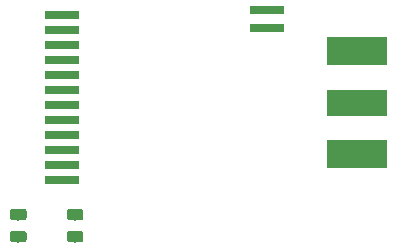
<source format=gbr>
%TF.GenerationSoftware,KiCad,Pcbnew,(5.0.0)*%
%TF.CreationDate,2018-08-05T20:37:25+03:00*%
%TF.ProjectId,lora1276Breakout,6C6F726131323736427265616B6F7574,1.0*%
%TF.SameCoordinates,Original*%
%TF.FileFunction,Paste,Top*%
%TF.FilePolarity,Positive*%
%FSLAX46Y46*%
G04 Gerber Fmt 4.6, Leading zero omitted, Abs format (unit mm)*
G04 Created by KiCad (PCBNEW (5.0.0)) date 08/05/18 20:37:25*
%MOMM*%
%LPD*%
G01*
G04 APERTURE LIST*
%ADD10R,3.000000X0.800000*%
%ADD11R,5.080000X2.290000*%
%ADD12R,5.080000X2.420000*%
%ADD13C,0.100000*%
%ADD14C,0.975000*%
G04 APERTURE END LIST*
D10*
X150049906Y-86284381D03*
X150049906Y-87554381D03*
X150049906Y-88824381D03*
X150049906Y-90094381D03*
X150049906Y-91364381D03*
X150049906Y-92634381D03*
X150049906Y-93904381D03*
X150049906Y-95174381D03*
X150049906Y-96444381D03*
X150049906Y-97714381D03*
X150049906Y-98984381D03*
X167349906Y-85894381D03*
X167349906Y-87394381D03*
X150049906Y-100254381D03*
D11*
X175006000Y-93726000D03*
D12*
X175006000Y-98106000D03*
X175006000Y-89346000D03*
D13*
G36*
X151610142Y-104591174D02*
X151633803Y-104594684D01*
X151657007Y-104600496D01*
X151679529Y-104608554D01*
X151701153Y-104618782D01*
X151721670Y-104631079D01*
X151740883Y-104645329D01*
X151758607Y-104661393D01*
X151774671Y-104679117D01*
X151788921Y-104698330D01*
X151801218Y-104718847D01*
X151811446Y-104740471D01*
X151819504Y-104762993D01*
X151825316Y-104786197D01*
X151828826Y-104809858D01*
X151830000Y-104833750D01*
X151830000Y-105321250D01*
X151828826Y-105345142D01*
X151825316Y-105368803D01*
X151819504Y-105392007D01*
X151811446Y-105414529D01*
X151801218Y-105436153D01*
X151788921Y-105456670D01*
X151774671Y-105475883D01*
X151758607Y-105493607D01*
X151740883Y-105509671D01*
X151721670Y-105523921D01*
X151701153Y-105536218D01*
X151679529Y-105546446D01*
X151657007Y-105554504D01*
X151633803Y-105560316D01*
X151610142Y-105563826D01*
X151586250Y-105565000D01*
X150673750Y-105565000D01*
X150649858Y-105563826D01*
X150626197Y-105560316D01*
X150602993Y-105554504D01*
X150580471Y-105546446D01*
X150558847Y-105536218D01*
X150538330Y-105523921D01*
X150519117Y-105509671D01*
X150501393Y-105493607D01*
X150485329Y-105475883D01*
X150471079Y-105456670D01*
X150458782Y-105436153D01*
X150448554Y-105414529D01*
X150440496Y-105392007D01*
X150434684Y-105368803D01*
X150431174Y-105345142D01*
X150430000Y-105321250D01*
X150430000Y-104833750D01*
X150431174Y-104809858D01*
X150434684Y-104786197D01*
X150440496Y-104762993D01*
X150448554Y-104740471D01*
X150458782Y-104718847D01*
X150471079Y-104698330D01*
X150485329Y-104679117D01*
X150501393Y-104661393D01*
X150519117Y-104645329D01*
X150538330Y-104631079D01*
X150558847Y-104618782D01*
X150580471Y-104608554D01*
X150602993Y-104600496D01*
X150626197Y-104594684D01*
X150649858Y-104591174D01*
X150673750Y-104590000D01*
X151586250Y-104590000D01*
X151610142Y-104591174D01*
X151610142Y-104591174D01*
G37*
D14*
X151130000Y-105077500D03*
D13*
G36*
X151610142Y-102716174D02*
X151633803Y-102719684D01*
X151657007Y-102725496D01*
X151679529Y-102733554D01*
X151701153Y-102743782D01*
X151721670Y-102756079D01*
X151740883Y-102770329D01*
X151758607Y-102786393D01*
X151774671Y-102804117D01*
X151788921Y-102823330D01*
X151801218Y-102843847D01*
X151811446Y-102865471D01*
X151819504Y-102887993D01*
X151825316Y-102911197D01*
X151828826Y-102934858D01*
X151830000Y-102958750D01*
X151830000Y-103446250D01*
X151828826Y-103470142D01*
X151825316Y-103493803D01*
X151819504Y-103517007D01*
X151811446Y-103539529D01*
X151801218Y-103561153D01*
X151788921Y-103581670D01*
X151774671Y-103600883D01*
X151758607Y-103618607D01*
X151740883Y-103634671D01*
X151721670Y-103648921D01*
X151701153Y-103661218D01*
X151679529Y-103671446D01*
X151657007Y-103679504D01*
X151633803Y-103685316D01*
X151610142Y-103688826D01*
X151586250Y-103690000D01*
X150673750Y-103690000D01*
X150649858Y-103688826D01*
X150626197Y-103685316D01*
X150602993Y-103679504D01*
X150580471Y-103671446D01*
X150558847Y-103661218D01*
X150538330Y-103648921D01*
X150519117Y-103634671D01*
X150501393Y-103618607D01*
X150485329Y-103600883D01*
X150471079Y-103581670D01*
X150458782Y-103561153D01*
X150448554Y-103539529D01*
X150440496Y-103517007D01*
X150434684Y-103493803D01*
X150431174Y-103470142D01*
X150430000Y-103446250D01*
X150430000Y-102958750D01*
X150431174Y-102934858D01*
X150434684Y-102911197D01*
X150440496Y-102887993D01*
X150448554Y-102865471D01*
X150458782Y-102843847D01*
X150471079Y-102823330D01*
X150485329Y-102804117D01*
X150501393Y-102786393D01*
X150519117Y-102770329D01*
X150538330Y-102756079D01*
X150558847Y-102743782D01*
X150580471Y-102733554D01*
X150602993Y-102725496D01*
X150626197Y-102719684D01*
X150649858Y-102716174D01*
X150673750Y-102715000D01*
X151586250Y-102715000D01*
X151610142Y-102716174D01*
X151610142Y-102716174D01*
G37*
D14*
X151130000Y-103202500D03*
D13*
G36*
X146800142Y-102716174D02*
X146823803Y-102719684D01*
X146847007Y-102725496D01*
X146869529Y-102733554D01*
X146891153Y-102743782D01*
X146911670Y-102756079D01*
X146930883Y-102770329D01*
X146948607Y-102786393D01*
X146964671Y-102804117D01*
X146978921Y-102823330D01*
X146991218Y-102843847D01*
X147001446Y-102865471D01*
X147009504Y-102887993D01*
X147015316Y-102911197D01*
X147018826Y-102934858D01*
X147020000Y-102958750D01*
X147020000Y-103446250D01*
X147018826Y-103470142D01*
X147015316Y-103493803D01*
X147009504Y-103517007D01*
X147001446Y-103539529D01*
X146991218Y-103561153D01*
X146978921Y-103581670D01*
X146964671Y-103600883D01*
X146948607Y-103618607D01*
X146930883Y-103634671D01*
X146911670Y-103648921D01*
X146891153Y-103661218D01*
X146869529Y-103671446D01*
X146847007Y-103679504D01*
X146823803Y-103685316D01*
X146800142Y-103688826D01*
X146776250Y-103690000D01*
X145863750Y-103690000D01*
X145839858Y-103688826D01*
X145816197Y-103685316D01*
X145792993Y-103679504D01*
X145770471Y-103671446D01*
X145748847Y-103661218D01*
X145728330Y-103648921D01*
X145709117Y-103634671D01*
X145691393Y-103618607D01*
X145675329Y-103600883D01*
X145661079Y-103581670D01*
X145648782Y-103561153D01*
X145638554Y-103539529D01*
X145630496Y-103517007D01*
X145624684Y-103493803D01*
X145621174Y-103470142D01*
X145620000Y-103446250D01*
X145620000Y-102958750D01*
X145621174Y-102934858D01*
X145624684Y-102911197D01*
X145630496Y-102887993D01*
X145638554Y-102865471D01*
X145648782Y-102843847D01*
X145661079Y-102823330D01*
X145675329Y-102804117D01*
X145691393Y-102786393D01*
X145709117Y-102770329D01*
X145728330Y-102756079D01*
X145748847Y-102743782D01*
X145770471Y-102733554D01*
X145792993Y-102725496D01*
X145816197Y-102719684D01*
X145839858Y-102716174D01*
X145863750Y-102715000D01*
X146776250Y-102715000D01*
X146800142Y-102716174D01*
X146800142Y-102716174D01*
G37*
D14*
X146320000Y-103202500D03*
D13*
G36*
X146800142Y-104591174D02*
X146823803Y-104594684D01*
X146847007Y-104600496D01*
X146869529Y-104608554D01*
X146891153Y-104618782D01*
X146911670Y-104631079D01*
X146930883Y-104645329D01*
X146948607Y-104661393D01*
X146964671Y-104679117D01*
X146978921Y-104698330D01*
X146991218Y-104718847D01*
X147001446Y-104740471D01*
X147009504Y-104762993D01*
X147015316Y-104786197D01*
X147018826Y-104809858D01*
X147020000Y-104833750D01*
X147020000Y-105321250D01*
X147018826Y-105345142D01*
X147015316Y-105368803D01*
X147009504Y-105392007D01*
X147001446Y-105414529D01*
X146991218Y-105436153D01*
X146978921Y-105456670D01*
X146964671Y-105475883D01*
X146948607Y-105493607D01*
X146930883Y-105509671D01*
X146911670Y-105523921D01*
X146891153Y-105536218D01*
X146869529Y-105546446D01*
X146847007Y-105554504D01*
X146823803Y-105560316D01*
X146800142Y-105563826D01*
X146776250Y-105565000D01*
X145863750Y-105565000D01*
X145839858Y-105563826D01*
X145816197Y-105560316D01*
X145792993Y-105554504D01*
X145770471Y-105546446D01*
X145748847Y-105536218D01*
X145728330Y-105523921D01*
X145709117Y-105509671D01*
X145691393Y-105493607D01*
X145675329Y-105475883D01*
X145661079Y-105456670D01*
X145648782Y-105436153D01*
X145638554Y-105414529D01*
X145630496Y-105392007D01*
X145624684Y-105368803D01*
X145621174Y-105345142D01*
X145620000Y-105321250D01*
X145620000Y-104833750D01*
X145621174Y-104809858D01*
X145624684Y-104786197D01*
X145630496Y-104762993D01*
X145638554Y-104740471D01*
X145648782Y-104718847D01*
X145661079Y-104698330D01*
X145675329Y-104679117D01*
X145691393Y-104661393D01*
X145709117Y-104645329D01*
X145728330Y-104631079D01*
X145748847Y-104618782D01*
X145770471Y-104608554D01*
X145792993Y-104600496D01*
X145816197Y-104594684D01*
X145839858Y-104591174D01*
X145863750Y-104590000D01*
X146776250Y-104590000D01*
X146800142Y-104591174D01*
X146800142Y-104591174D01*
G37*
D14*
X146320000Y-105077500D03*
M02*

</source>
